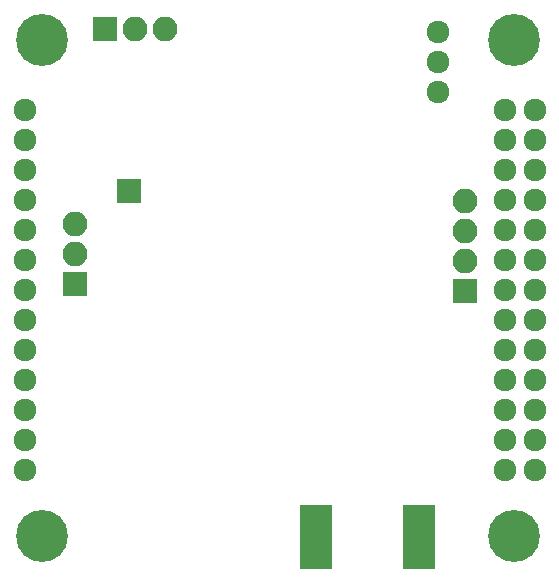
<source format=gbs>
G04 #@! TF.FileFunction,Soldermask,Bot*
%FSLAX46Y46*%
G04 Gerber Fmt 4.6, Leading zero omitted, Abs format (unit mm)*
G04 Created by KiCad (PCBNEW 4.0.7-e2-6376~61~ubuntu18.04.1) date Fri Jul  6 09:43:53 2018*
%MOMM*%
%LPD*%
G01*
G04 APERTURE LIST*
%ADD10C,0.100000*%
%ADD11R,2.100000X2.100000*%
%ADD12O,2.100000X2.100000*%
%ADD13R,2.820000X5.480000*%
%ADD14C,4.400000*%
%ADD15C,1.924000*%
G04 APERTURE END LIST*
D10*
D11*
X156845000Y-59055000D03*
D12*
X159385000Y-59055000D03*
X161925000Y-59055000D03*
D11*
X158877000Y-72771000D03*
X154305000Y-80645000D03*
D12*
X154305000Y-78105000D03*
X154305000Y-75565000D03*
D11*
X187325000Y-81280000D03*
D12*
X187325000Y-78740000D03*
X187325000Y-76200000D03*
X187325000Y-73660000D03*
D13*
X174690000Y-102050000D03*
X183450000Y-102050000D03*
D14*
X191501100Y-60003600D03*
D15*
X150041100Y-65903600D03*
X150041100Y-68443600D03*
X150041100Y-70983600D03*
X150041100Y-73523600D03*
X150041100Y-76063600D03*
X150041100Y-78603600D03*
X150041100Y-81143600D03*
X150041100Y-83683600D03*
X150041100Y-86223600D03*
X150041100Y-88763600D03*
X150041100Y-91303600D03*
X150041100Y-93843600D03*
X150041100Y-96383600D03*
X193221100Y-96383600D03*
X190681100Y-96383600D03*
X193221100Y-93843600D03*
X190681100Y-93843600D03*
X193221100Y-91303600D03*
X190681100Y-91303600D03*
X193221100Y-88763600D03*
X190681100Y-88763600D03*
X193221100Y-86223600D03*
X190681100Y-86223600D03*
X193221100Y-83683600D03*
X190681100Y-83683600D03*
X193221100Y-81143600D03*
X190681100Y-81143600D03*
X193221100Y-78603600D03*
X190681100Y-78603600D03*
X193221100Y-76063600D03*
X190681100Y-76063600D03*
X193221100Y-73523600D03*
X190681100Y-73523600D03*
X193221100Y-70983600D03*
X190681100Y-70983600D03*
X193221100Y-68443600D03*
X190681100Y-68443600D03*
X193221100Y-65903600D03*
X190681100Y-65903600D03*
X185061100Y-59323600D03*
X185061100Y-61863600D03*
X185061100Y-64403600D03*
D14*
X151501100Y-60003600D03*
X151501100Y-102003600D03*
X191501100Y-102003600D03*
M02*

</source>
